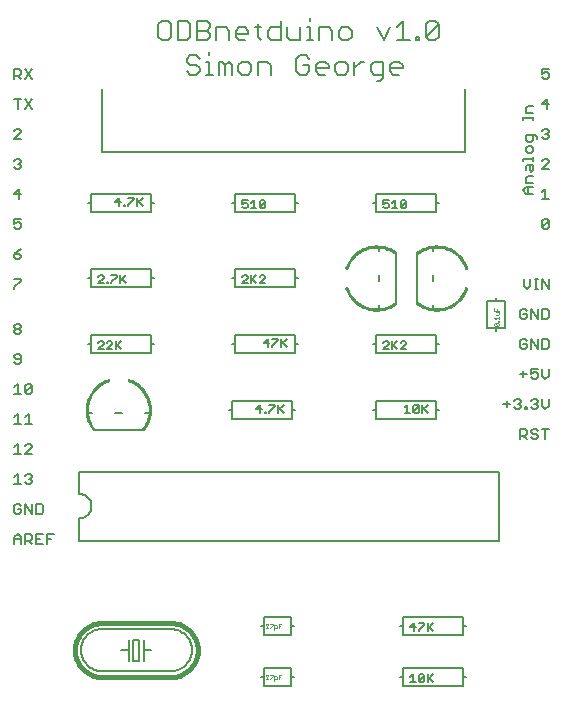
<source format=gto>
G75*
G70*
%OFA0B0*%
%FSLAX24Y24*%
%IPPOS*%
%LPD*%
%AMOC8*
5,1,8,0,0,1.08239X$1,22.5*
%
%ADD10C,0.0060*%
%ADD11C,0.0080*%
%ADD12C,0.0050*%
%ADD13C,0.0010*%
%ADD14C,0.0160*%
%ADD15C,0.0020*%
D10*
X004956Y007868D02*
X007256Y007868D01*
X007307Y007870D01*
X007358Y007875D01*
X007408Y007885D01*
X007458Y007898D01*
X007506Y007914D01*
X007553Y007934D01*
X007599Y007958D01*
X007642Y007984D01*
X007684Y008014D01*
X007723Y008047D01*
X007760Y008082D01*
X007794Y008120D01*
X007825Y008161D01*
X007854Y008203D01*
X007879Y008248D01*
X007900Y008294D01*
X007919Y008342D01*
X007933Y008391D01*
X007944Y008441D01*
X007952Y008491D01*
X007956Y008542D01*
X007956Y008594D01*
X007952Y008645D01*
X007944Y008695D01*
X007933Y008745D01*
X007919Y008794D01*
X007900Y008842D01*
X007879Y008888D01*
X007854Y008933D01*
X007825Y008975D01*
X007794Y009016D01*
X007760Y009054D01*
X007723Y009089D01*
X007684Y009122D01*
X007642Y009152D01*
X007599Y009178D01*
X007553Y009202D01*
X007506Y009222D01*
X007458Y009238D01*
X007408Y009251D01*
X007358Y009261D01*
X007307Y009266D01*
X007256Y009268D01*
X004956Y009268D01*
X004905Y009266D01*
X004854Y009261D01*
X004804Y009251D01*
X004754Y009238D01*
X004706Y009222D01*
X004659Y009202D01*
X004613Y009178D01*
X004570Y009152D01*
X004528Y009122D01*
X004489Y009089D01*
X004452Y009054D01*
X004418Y009016D01*
X004387Y008975D01*
X004358Y008933D01*
X004333Y008888D01*
X004312Y008842D01*
X004293Y008794D01*
X004279Y008745D01*
X004268Y008695D01*
X004260Y008645D01*
X004256Y008594D01*
X004256Y008542D01*
X004260Y008491D01*
X004268Y008441D01*
X004279Y008391D01*
X004293Y008342D01*
X004312Y008294D01*
X004333Y008248D01*
X004358Y008203D01*
X004387Y008161D01*
X004418Y008120D01*
X004452Y008082D01*
X004489Y008047D01*
X004528Y008014D01*
X004570Y007984D01*
X004613Y007958D01*
X004659Y007934D01*
X004706Y007914D01*
X004754Y007898D01*
X004804Y007885D01*
X004854Y007875D01*
X004905Y007870D01*
X004956Y007868D01*
X005606Y008568D02*
X005856Y008568D01*
X005856Y008918D01*
X006006Y008918D02*
X006206Y008918D01*
X006206Y008218D01*
X006006Y008218D01*
X006006Y008918D01*
X005856Y008568D02*
X005856Y008218D01*
X006356Y008218D02*
X006356Y008568D01*
X006606Y008568D01*
X006356Y008568D02*
X006356Y008918D01*
X004206Y012218D02*
X004206Y012968D01*
X004245Y012970D01*
X004284Y012976D01*
X004322Y012985D01*
X004359Y012998D01*
X004395Y013015D01*
X004428Y013035D01*
X004460Y013059D01*
X004489Y013085D01*
X004515Y013114D01*
X004539Y013146D01*
X004559Y013179D01*
X004576Y013215D01*
X004589Y013252D01*
X004598Y013290D01*
X004604Y013329D01*
X004606Y013368D01*
X004604Y013407D01*
X004598Y013446D01*
X004589Y013484D01*
X004576Y013521D01*
X004559Y013557D01*
X004539Y013590D01*
X004515Y013622D01*
X004489Y013651D01*
X004460Y013677D01*
X004428Y013701D01*
X004395Y013721D01*
X004359Y013738D01*
X004322Y013751D01*
X004284Y013760D01*
X004245Y013766D01*
X004206Y013768D01*
X004206Y014518D01*
X018206Y014518D01*
X018206Y012218D01*
X004206Y012218D01*
X003368Y012438D02*
X003141Y012438D01*
X003141Y012098D01*
X002999Y012098D02*
X002772Y012098D01*
X002772Y012438D01*
X002999Y012438D01*
X002886Y012268D02*
X002772Y012268D01*
X002631Y012268D02*
X002574Y012212D01*
X002404Y012212D01*
X002518Y012212D02*
X002631Y012098D01*
X002631Y012268D02*
X002631Y012382D01*
X002574Y012438D01*
X002404Y012438D01*
X002404Y012098D01*
X002263Y012098D02*
X002263Y012325D01*
X002149Y012438D01*
X002036Y012325D01*
X002036Y012098D01*
X002036Y012268D02*
X002263Y012268D01*
X002206Y013098D02*
X002093Y013098D01*
X002036Y013155D01*
X002036Y013382D01*
X002093Y013438D01*
X002206Y013438D01*
X002263Y013382D01*
X002263Y013268D02*
X002149Y013268D01*
X002263Y013268D02*
X002263Y013155D01*
X002206Y013098D01*
X002404Y013098D02*
X002404Y013438D01*
X002631Y013098D01*
X002631Y013438D01*
X002772Y013438D02*
X002943Y013438D01*
X002999Y013382D01*
X002999Y013155D01*
X002943Y013098D01*
X002772Y013098D01*
X002772Y013438D01*
X002574Y014098D02*
X002461Y014098D01*
X002404Y014155D01*
X002263Y014098D02*
X002036Y014098D01*
X002149Y014098D02*
X002149Y014438D01*
X002036Y014325D01*
X002404Y014382D02*
X002461Y014438D01*
X002574Y014438D01*
X002631Y014382D01*
X002631Y014325D01*
X002574Y014268D01*
X002631Y014212D01*
X002631Y014155D01*
X002574Y014098D01*
X002574Y014268D02*
X002518Y014268D01*
X002631Y015098D02*
X002404Y015098D01*
X002631Y015325D01*
X002631Y015382D01*
X002574Y015438D01*
X002461Y015438D01*
X002404Y015382D01*
X002263Y015098D02*
X002036Y015098D01*
X002149Y015098D02*
X002149Y015438D01*
X002036Y015325D01*
X002036Y016098D02*
X002263Y016098D01*
X002149Y016098D02*
X002149Y016438D01*
X002036Y016325D01*
X002404Y016325D02*
X002518Y016438D01*
X002518Y016098D01*
X002631Y016098D02*
X002404Y016098D01*
X002461Y017098D02*
X002404Y017155D01*
X002631Y017382D01*
X002631Y017155D01*
X002574Y017098D01*
X002461Y017098D01*
X002404Y017155D02*
X002404Y017382D01*
X002461Y017438D01*
X002574Y017438D01*
X002631Y017382D01*
X002263Y017098D02*
X002036Y017098D01*
X002149Y017098D02*
X002149Y017438D01*
X002036Y017325D01*
X002093Y018098D02*
X002206Y018098D01*
X002263Y018155D01*
X002263Y018382D01*
X002206Y018438D01*
X002093Y018438D01*
X002036Y018382D01*
X002036Y018325D01*
X002093Y018268D01*
X002263Y018268D01*
X002093Y018098D02*
X002036Y018155D01*
X002093Y019098D02*
X002036Y019155D01*
X002036Y019212D01*
X002093Y019268D01*
X002206Y019268D01*
X002263Y019212D01*
X002263Y019155D01*
X002206Y019098D01*
X002093Y019098D01*
X002093Y019268D02*
X002036Y019325D01*
X002036Y019382D01*
X002093Y019438D01*
X002206Y019438D01*
X002263Y019382D01*
X002263Y019325D01*
X002206Y019268D01*
X002036Y020598D02*
X002036Y020655D01*
X002263Y020882D01*
X002263Y020938D01*
X002036Y020938D01*
X002093Y021598D02*
X002206Y021598D01*
X002263Y021655D01*
X002263Y021712D01*
X002206Y021768D01*
X002036Y021768D01*
X002036Y021655D01*
X002093Y021598D01*
X002036Y021768D02*
X002149Y021882D01*
X002263Y021938D01*
X002206Y022598D02*
X002093Y022598D01*
X002036Y022655D01*
X002036Y022768D02*
X002149Y022825D01*
X002206Y022825D01*
X002263Y022768D01*
X002263Y022655D01*
X002206Y022598D01*
X002036Y022768D02*
X002036Y022938D01*
X002263Y022938D01*
X002206Y023598D02*
X002206Y023938D01*
X002036Y023768D01*
X002263Y023768D01*
X002206Y024598D02*
X002093Y024598D01*
X002036Y024655D01*
X002149Y024768D02*
X002206Y024768D01*
X002263Y024712D01*
X002263Y024655D01*
X002206Y024598D01*
X002206Y024768D02*
X002263Y024825D01*
X002263Y024882D01*
X002206Y024938D01*
X002093Y024938D01*
X002036Y024882D01*
X002036Y025598D02*
X002263Y025825D01*
X002263Y025882D01*
X002206Y025938D01*
X002093Y025938D01*
X002036Y025882D01*
X002036Y025598D02*
X002263Y025598D01*
X002149Y026598D02*
X002149Y026938D01*
X002036Y026938D02*
X002263Y026938D01*
X002404Y026938D02*
X002631Y026598D01*
X002404Y026598D02*
X002631Y026938D01*
X002631Y027598D02*
X002404Y027938D01*
X002263Y027882D02*
X002263Y027768D01*
X002206Y027712D01*
X002036Y027712D01*
X002149Y027712D02*
X002263Y027598D01*
X002404Y027598D02*
X002631Y027938D01*
X002263Y027882D02*
X002206Y027938D01*
X002036Y027938D01*
X002036Y027598D01*
X006836Y029005D02*
X006943Y028898D01*
X007156Y028898D01*
X007263Y029005D01*
X007263Y029432D01*
X007156Y029539D01*
X006943Y029539D01*
X006836Y029432D01*
X006836Y029005D01*
X007480Y028898D02*
X007801Y028898D01*
X007907Y029005D01*
X007907Y029432D01*
X007801Y029539D01*
X007480Y029539D01*
X007480Y028898D01*
X007893Y028389D02*
X007786Y028282D01*
X007786Y028175D01*
X007893Y028068D01*
X008106Y028068D01*
X008213Y027962D01*
X008213Y027855D01*
X008106Y027748D01*
X007893Y027748D01*
X007786Y027855D01*
X007893Y028389D02*
X008106Y028389D01*
X008213Y028282D01*
X008430Y028175D02*
X008537Y028175D01*
X008537Y027748D01*
X008430Y027748D02*
X008644Y027748D01*
X008860Y027748D02*
X008860Y028175D01*
X008967Y028175D01*
X009074Y028068D01*
X009180Y028175D01*
X009287Y028068D01*
X009287Y027748D01*
X009074Y027748D02*
X009074Y028068D01*
X009505Y028068D02*
X009505Y027855D01*
X009611Y027748D01*
X009825Y027748D01*
X009932Y027855D01*
X009932Y028068D01*
X009825Y028175D01*
X009611Y028175D01*
X009505Y028068D01*
X010149Y028175D02*
X010149Y027748D01*
X010149Y028175D02*
X010469Y028175D01*
X010576Y028068D01*
X010576Y027748D01*
X010595Y028898D02*
X010488Y029005D01*
X010488Y029218D01*
X010595Y029325D01*
X010915Y029325D01*
X010915Y029539D02*
X010915Y028898D01*
X010595Y028898D01*
X010272Y028898D02*
X010165Y029005D01*
X010165Y029432D01*
X010058Y029325D02*
X010272Y029325D01*
X009841Y029218D02*
X009841Y029112D01*
X009414Y029112D01*
X009414Y029218D02*
X009521Y029325D01*
X009734Y029325D01*
X009841Y029218D01*
X009734Y028898D02*
X009521Y028898D01*
X009414Y029005D01*
X009414Y029218D01*
X009196Y029218D02*
X009196Y028898D01*
X009196Y029218D02*
X009090Y029325D01*
X008769Y029325D01*
X008769Y028898D01*
X008552Y029005D02*
X008552Y029112D01*
X008445Y029218D01*
X008125Y029218D01*
X008125Y028898D02*
X008445Y028898D01*
X008552Y029005D01*
X008445Y029218D02*
X008552Y029325D01*
X008552Y029432D01*
X008445Y029539D01*
X008125Y029539D01*
X008125Y028898D01*
X008537Y028495D02*
X008537Y028389D01*
X011133Y029005D02*
X011239Y028898D01*
X011560Y028898D01*
X011560Y029325D01*
X011777Y029325D02*
X011884Y029325D01*
X011884Y028898D01*
X011777Y028898D02*
X011991Y028898D01*
X012207Y028898D02*
X012207Y029325D01*
X012527Y029325D01*
X012634Y029218D01*
X012634Y028898D01*
X012851Y029005D02*
X012851Y029218D01*
X012958Y029325D01*
X013172Y029325D01*
X013278Y029218D01*
X013278Y029005D01*
X013172Y028898D01*
X012958Y028898D01*
X012851Y029005D01*
X012834Y028175D02*
X012727Y028068D01*
X012727Y027855D01*
X012834Y027748D01*
X013047Y027748D01*
X013154Y027855D01*
X013154Y028068D01*
X013047Y028175D01*
X012834Y028175D01*
X012510Y028068D02*
X012510Y027962D01*
X012083Y027962D01*
X012083Y028068D02*
X012189Y028175D01*
X012403Y028175D01*
X012510Y028068D01*
X012403Y027748D02*
X012189Y027748D01*
X012083Y027855D01*
X012083Y028068D01*
X011865Y028068D02*
X011652Y028068D01*
X011865Y028068D02*
X011865Y027855D01*
X011758Y027748D01*
X011545Y027748D01*
X011438Y027855D01*
X011438Y028282D01*
X011545Y028389D01*
X011758Y028389D01*
X011865Y028282D01*
X011133Y029005D02*
X011133Y029325D01*
X011884Y029539D02*
X011884Y029645D01*
X013372Y028175D02*
X013372Y027748D01*
X013372Y027962D02*
X013585Y028175D01*
X013692Y028175D01*
X013909Y028068D02*
X013909Y027855D01*
X014016Y027748D01*
X014336Y027748D01*
X014336Y027641D02*
X014229Y027535D01*
X014122Y027535D01*
X014336Y027641D02*
X014336Y028175D01*
X014016Y028175D01*
X013909Y028068D01*
X014553Y028068D02*
X014660Y028175D01*
X014874Y028175D01*
X014980Y028068D01*
X014980Y027962D01*
X014553Y027962D01*
X014553Y028068D02*
X014553Y027855D01*
X014660Y027748D01*
X014874Y027748D01*
X014785Y028898D02*
X015212Y028898D01*
X014999Y028898D02*
X014999Y029539D01*
X014785Y029325D01*
X014567Y029325D02*
X014354Y028898D01*
X014140Y029325D01*
X015430Y029005D02*
X015536Y029005D01*
X015536Y028898D01*
X015430Y028898D01*
X015430Y029005D01*
X015752Y029005D02*
X016179Y029432D01*
X016179Y029005D01*
X016072Y028898D01*
X015859Y028898D01*
X015752Y029005D01*
X015752Y029432D01*
X015859Y029539D01*
X016072Y029539D01*
X016179Y029432D01*
X018991Y026348D02*
X018991Y026234D01*
X018991Y026291D02*
X019331Y026291D01*
X019331Y026234D02*
X019331Y026348D01*
X019331Y026480D02*
X019104Y026480D01*
X019104Y026650D01*
X019161Y026707D01*
X019331Y026707D01*
X019623Y026768D02*
X019849Y026768D01*
X019793Y026598D02*
X019793Y026938D01*
X019623Y026768D01*
X019679Y027598D02*
X019623Y027655D01*
X019679Y027598D02*
X019793Y027598D01*
X019849Y027655D01*
X019849Y027768D01*
X019793Y027825D01*
X019736Y027825D01*
X019623Y027768D01*
X019623Y027938D01*
X019849Y027938D01*
X019793Y025938D02*
X019679Y025938D01*
X019623Y025882D01*
X019736Y025768D02*
X019793Y025768D01*
X019849Y025712D01*
X019849Y025655D01*
X019793Y025598D01*
X019679Y025598D01*
X019623Y025655D01*
X019444Y025668D02*
X019388Y025725D01*
X019104Y025725D01*
X019104Y025554D01*
X019161Y025498D01*
X019274Y025498D01*
X019331Y025554D01*
X019331Y025725D01*
X019444Y025668D02*
X019444Y025611D01*
X019274Y025356D02*
X019161Y025356D01*
X019104Y025299D01*
X019104Y025186D01*
X019161Y025129D01*
X019274Y025129D01*
X019331Y025186D01*
X019331Y025299D01*
X019274Y025356D01*
X019331Y024997D02*
X019331Y024884D01*
X019331Y024941D02*
X018991Y024941D01*
X018991Y024884D01*
X019161Y024742D02*
X019331Y024742D01*
X019331Y024572D01*
X019274Y024516D01*
X019217Y024572D01*
X019217Y024742D01*
X019161Y024742D02*
X019104Y024686D01*
X019104Y024572D01*
X019161Y024374D02*
X019331Y024374D01*
X019161Y024374D02*
X019104Y024317D01*
X019104Y024147D01*
X019331Y024147D01*
X019331Y024006D02*
X019104Y024006D01*
X018991Y023892D01*
X019104Y023779D01*
X019331Y023779D01*
X019161Y023779D02*
X019161Y024006D01*
X019623Y023825D02*
X019736Y023938D01*
X019736Y023598D01*
X019623Y023598D02*
X019849Y023598D01*
X019793Y022938D02*
X019679Y022938D01*
X019623Y022882D01*
X019623Y022655D01*
X019849Y022882D01*
X019849Y022655D01*
X019793Y022598D01*
X019679Y022598D01*
X019623Y022655D01*
X019849Y022882D02*
X019793Y022938D01*
X019849Y024598D02*
X019623Y024598D01*
X019849Y024825D01*
X019849Y024882D01*
X019793Y024938D01*
X019679Y024938D01*
X019623Y024882D01*
X019793Y025768D02*
X019849Y025825D01*
X019849Y025882D01*
X019793Y025938D01*
X019849Y020938D02*
X019849Y020598D01*
X019622Y020938D01*
X019622Y020598D01*
X019490Y020598D02*
X019377Y020598D01*
X019434Y020598D02*
X019434Y020938D01*
X019490Y020938D02*
X019377Y020938D01*
X019236Y020938D02*
X019236Y020712D01*
X019122Y020598D01*
X019009Y020712D01*
X019009Y020938D01*
X019056Y019938D02*
X018943Y019938D01*
X018886Y019882D01*
X018886Y019655D01*
X018943Y019598D01*
X019056Y019598D01*
X019113Y019655D01*
X019113Y019768D01*
X018999Y019768D01*
X019113Y019882D02*
X019056Y019938D01*
X019254Y019938D02*
X019254Y019598D01*
X019481Y019598D02*
X019254Y019938D01*
X019481Y019938D02*
X019481Y019598D01*
X019623Y019598D02*
X019623Y019938D01*
X019793Y019938D01*
X019849Y019882D01*
X019849Y019655D01*
X019793Y019598D01*
X019623Y019598D01*
X019623Y018938D02*
X019793Y018938D01*
X019849Y018882D01*
X019849Y018655D01*
X019793Y018598D01*
X019623Y018598D01*
X019623Y018938D01*
X019481Y018938D02*
X019481Y018598D01*
X019254Y018938D01*
X019254Y018598D01*
X019113Y018655D02*
X019113Y018768D01*
X018999Y018768D01*
X018886Y018655D02*
X018943Y018598D01*
X019056Y018598D01*
X019113Y018655D01*
X019113Y018882D02*
X019056Y018938D01*
X018943Y018938D01*
X018886Y018882D01*
X018886Y018655D01*
X018999Y017882D02*
X018999Y017655D01*
X018886Y017768D02*
X019113Y017768D01*
X019254Y017768D02*
X019368Y017825D01*
X019424Y017825D01*
X019481Y017768D01*
X019481Y017655D01*
X019424Y017598D01*
X019311Y017598D01*
X019254Y017655D01*
X019254Y017768D02*
X019254Y017938D01*
X019481Y017938D01*
X019623Y017938D02*
X019623Y017712D01*
X019736Y017598D01*
X019849Y017712D01*
X019849Y017938D01*
X019849Y016938D02*
X019849Y016712D01*
X019736Y016598D01*
X019622Y016712D01*
X019622Y016938D01*
X019481Y016882D02*
X019481Y016825D01*
X019424Y016768D01*
X019481Y016712D01*
X019481Y016655D01*
X019424Y016598D01*
X019311Y016598D01*
X019254Y016655D01*
X019127Y016655D02*
X019127Y016598D01*
X019070Y016598D01*
X019070Y016655D01*
X019127Y016655D01*
X018929Y016655D02*
X018872Y016598D01*
X018758Y016598D01*
X018702Y016655D01*
X018815Y016768D02*
X018872Y016768D01*
X018929Y016712D01*
X018929Y016655D01*
X018872Y016768D02*
X018929Y016825D01*
X018929Y016882D01*
X018872Y016938D01*
X018758Y016938D01*
X018702Y016882D01*
X018560Y016768D02*
X018333Y016768D01*
X018447Y016655D02*
X018447Y016882D01*
X019254Y016882D02*
X019311Y016938D01*
X019424Y016938D01*
X019481Y016882D01*
X019424Y016768D02*
X019368Y016768D01*
X019424Y015938D02*
X019311Y015938D01*
X019254Y015882D01*
X019254Y015825D01*
X019311Y015768D01*
X019424Y015768D01*
X019481Y015712D01*
X019481Y015655D01*
X019424Y015598D01*
X019311Y015598D01*
X019254Y015655D01*
X019113Y015598D02*
X018999Y015712D01*
X019056Y015712D02*
X018886Y015712D01*
X018886Y015598D02*
X018886Y015938D01*
X019056Y015938D01*
X019113Y015882D01*
X019113Y015768D01*
X019056Y015712D01*
X019424Y015938D02*
X019481Y015882D01*
X019623Y015938D02*
X019849Y015938D01*
X019736Y015938D02*
X019736Y015598D01*
X003254Y012268D02*
X003141Y012268D01*
D11*
X004681Y015918D02*
X006330Y015918D01*
X006393Y016468D02*
X006551Y016468D01*
X005619Y016468D02*
X005393Y016468D01*
X004619Y016468D02*
X004461Y016468D01*
X004606Y018468D02*
X004606Y018768D01*
X004506Y018768D01*
X004606Y018768D02*
X004606Y019068D01*
X006606Y019068D01*
X006606Y018768D01*
X006706Y018768D01*
X006606Y018768D02*
X006606Y018468D01*
X004606Y018468D01*
X004606Y020668D02*
X004606Y020968D01*
X004506Y020968D01*
X004606Y020968D02*
X004606Y021268D01*
X006606Y021268D01*
X006606Y020968D01*
X006706Y020968D01*
X006606Y020968D02*
X006606Y020668D01*
X004606Y020668D01*
X004606Y023168D02*
X004606Y023468D01*
X004506Y023468D01*
X004606Y023468D02*
X004606Y023768D01*
X006606Y023768D01*
X006606Y023468D01*
X006706Y023468D01*
X006606Y023468D02*
X006606Y023168D01*
X004606Y023168D01*
X004943Y025166D02*
X017069Y025166D01*
X017069Y027268D01*
X016106Y023768D02*
X016106Y023468D01*
X016206Y023468D01*
X016106Y023468D02*
X016106Y023168D01*
X014106Y023168D01*
X014106Y023468D01*
X014006Y023468D01*
X014106Y023468D02*
X014106Y023768D01*
X016106Y023768D01*
X016006Y022013D02*
X016006Y021855D01*
X015456Y021793D02*
X015456Y020144D01*
X016006Y020081D02*
X016006Y019923D01*
X016006Y020855D02*
X016006Y021081D01*
X014756Y021793D02*
X014756Y020144D01*
X014206Y020081D02*
X014206Y019923D01*
X014206Y020855D02*
X014206Y021081D01*
X014206Y021855D02*
X014206Y022013D01*
X014106Y019068D02*
X014106Y018768D01*
X014006Y018768D01*
X014106Y018768D02*
X014106Y018468D01*
X016106Y018468D01*
X016106Y018768D01*
X016206Y018768D01*
X016106Y018768D02*
X016106Y019068D01*
X014106Y019068D01*
X014106Y016868D02*
X016106Y016868D01*
X016106Y016568D01*
X016206Y016568D01*
X016106Y016568D02*
X016106Y016268D01*
X014106Y016268D01*
X014106Y016568D01*
X014006Y016568D01*
X014106Y016568D02*
X014106Y016868D01*
X011506Y018768D02*
X011406Y018768D01*
X011406Y018468D01*
X009406Y018468D01*
X009406Y018768D01*
X009306Y018768D01*
X009406Y018768D02*
X009406Y019068D01*
X011406Y019068D01*
X011406Y018768D01*
X011406Y020668D02*
X009406Y020668D01*
X009406Y020968D01*
X009306Y020968D01*
X009406Y020968D02*
X009406Y021268D01*
X011406Y021268D01*
X011406Y020968D01*
X011506Y020968D01*
X011406Y020968D02*
X011406Y020668D01*
X011406Y023168D02*
X009406Y023168D01*
X009406Y023468D01*
X009306Y023468D01*
X009406Y023468D02*
X009406Y023768D01*
X011406Y023768D01*
X011406Y023468D01*
X011506Y023468D01*
X011406Y023468D02*
X011406Y023168D01*
X011306Y016868D02*
X009306Y016868D01*
X009306Y016568D01*
X009206Y016568D01*
X009306Y016568D02*
X009306Y016268D01*
X011306Y016268D01*
X011306Y016568D01*
X011406Y016568D01*
X011306Y016568D02*
X011306Y016868D01*
X011255Y009668D02*
X010357Y009668D01*
X010357Y009368D01*
X010257Y009368D01*
X010357Y009368D02*
X010357Y009068D01*
X011255Y009068D01*
X011255Y009368D01*
X011355Y009368D01*
X011255Y009368D02*
X011255Y009668D01*
X011255Y007968D02*
X010357Y007968D01*
X010357Y007668D01*
X010257Y007668D01*
X010357Y007668D02*
X010357Y007368D01*
X011255Y007368D01*
X011255Y007668D01*
X011355Y007668D01*
X011255Y007668D02*
X011255Y007968D01*
X014906Y007668D02*
X015006Y007668D01*
X015006Y007968D01*
X017006Y007968D01*
X017006Y007668D01*
X017106Y007668D01*
X017006Y007668D02*
X017006Y007368D01*
X015006Y007368D01*
X015006Y007668D01*
X015006Y009068D02*
X015006Y009368D01*
X014906Y009368D01*
X015006Y009368D02*
X015006Y009668D01*
X017006Y009668D01*
X017006Y009368D01*
X017106Y009368D01*
X017006Y009368D02*
X017006Y009068D01*
X015006Y009068D01*
X018106Y019219D02*
X018106Y019319D01*
X017806Y019319D01*
X017806Y020217D01*
X018106Y020217D01*
X018106Y020317D01*
X018106Y020217D02*
X018406Y020217D01*
X018406Y019319D01*
X018106Y019319D01*
X004943Y025166D02*
X004943Y027268D01*
D12*
X005535Y023643D02*
X005400Y023508D01*
X005580Y023508D01*
X005535Y023373D02*
X005535Y023643D01*
X005694Y023418D02*
X005739Y023418D01*
X005739Y023373D01*
X005694Y023373D01*
X005694Y023418D01*
X005842Y023418D02*
X005842Y023373D01*
X005842Y023418D02*
X006022Y023598D01*
X006022Y023643D01*
X005842Y023643D01*
X006136Y023643D02*
X006136Y023373D01*
X006136Y023463D02*
X006316Y023643D01*
X006181Y023508D02*
X006316Y023373D01*
X005748Y021063D02*
X005567Y020883D01*
X005612Y020928D02*
X005748Y020793D01*
X005567Y020793D02*
X005567Y021063D01*
X005453Y021063D02*
X005453Y021018D01*
X005273Y020838D01*
X005273Y020793D01*
X005170Y020793D02*
X005125Y020793D01*
X005125Y020838D01*
X005170Y020838D01*
X005170Y020793D01*
X005011Y020793D02*
X004831Y020793D01*
X005011Y020973D01*
X005011Y021018D01*
X004966Y021063D01*
X004876Y021063D01*
X004831Y021018D01*
X005273Y021063D02*
X005453Y021063D01*
X005420Y018863D02*
X005420Y018593D01*
X005420Y018683D02*
X005600Y018863D01*
X005465Y018728D02*
X005600Y018593D01*
X005306Y018593D02*
X005125Y018593D01*
X005306Y018773D01*
X005306Y018818D01*
X005261Y018863D01*
X005170Y018863D01*
X005125Y018818D01*
X005011Y018818D02*
X004966Y018863D01*
X004876Y018863D01*
X004831Y018818D01*
X005011Y018818D02*
X005011Y018773D01*
X004831Y018593D01*
X005011Y018593D01*
X009631Y020793D02*
X009811Y020973D01*
X009811Y021018D01*
X009766Y021063D01*
X009676Y021063D01*
X009631Y021018D01*
X009631Y020793D02*
X009811Y020793D01*
X009925Y020793D02*
X009925Y021063D01*
X009970Y020928D02*
X010106Y020793D01*
X010220Y020793D02*
X010400Y020973D01*
X010400Y021018D01*
X010355Y021063D01*
X010265Y021063D01*
X010220Y021018D01*
X010106Y021063D02*
X009925Y020883D01*
X010220Y020793D02*
X010400Y020793D01*
X010482Y018943D02*
X010347Y018808D01*
X010527Y018808D01*
X010482Y018673D02*
X010482Y018943D01*
X010642Y018943D02*
X010822Y018943D01*
X010822Y018898D01*
X010642Y018718D01*
X010642Y018673D01*
X010936Y018673D02*
X010936Y018943D01*
X010981Y018808D02*
X011116Y018673D01*
X010936Y018763D02*
X011116Y018943D01*
X011016Y016743D02*
X010836Y016563D01*
X010881Y016608D02*
X011016Y016473D01*
X010836Y016473D02*
X010836Y016743D01*
X010722Y016743D02*
X010722Y016698D01*
X010542Y016518D01*
X010542Y016473D01*
X010439Y016473D02*
X010394Y016473D01*
X010394Y016518D01*
X010439Y016518D01*
X010439Y016473D01*
X010235Y016473D02*
X010235Y016743D01*
X010100Y016608D01*
X010280Y016608D01*
X010542Y016743D02*
X010722Y016743D01*
X014331Y018593D02*
X014511Y018773D01*
X014511Y018818D01*
X014466Y018863D01*
X014376Y018863D01*
X014331Y018818D01*
X014331Y018593D02*
X014511Y018593D01*
X014625Y018593D02*
X014625Y018863D01*
X014670Y018728D02*
X014806Y018593D01*
X014920Y018593D02*
X015100Y018773D01*
X015100Y018818D01*
X015055Y018863D01*
X014965Y018863D01*
X014920Y018818D01*
X014806Y018863D02*
X014625Y018683D01*
X014920Y018593D02*
X015100Y018593D01*
X015137Y016743D02*
X015137Y016473D01*
X015047Y016473D02*
X015227Y016473D01*
X015342Y016518D02*
X015522Y016698D01*
X015522Y016518D01*
X015477Y016473D01*
X015387Y016473D01*
X015342Y016518D01*
X015342Y016698D01*
X015387Y016743D01*
X015477Y016743D01*
X015522Y016698D01*
X015636Y016743D02*
X015636Y016473D01*
X015636Y016563D02*
X015816Y016743D01*
X015681Y016608D02*
X015816Y016473D01*
X015137Y016743D02*
X015047Y016653D01*
X015055Y023293D02*
X014965Y023293D01*
X014920Y023338D01*
X015100Y023518D01*
X015100Y023338D01*
X015055Y023293D01*
X014920Y023338D02*
X014920Y023518D01*
X014965Y023563D01*
X015055Y023563D01*
X015100Y023518D01*
X014806Y023293D02*
X014625Y023293D01*
X014716Y023293D02*
X014716Y023563D01*
X014625Y023473D01*
X014511Y023428D02*
X014511Y023338D01*
X014466Y023293D01*
X014376Y023293D01*
X014331Y023338D01*
X014331Y023428D02*
X014421Y023473D01*
X014466Y023473D01*
X014511Y023428D01*
X014511Y023563D02*
X014331Y023563D01*
X014331Y023428D01*
X010400Y023518D02*
X010220Y023338D01*
X010265Y023293D01*
X010355Y023293D01*
X010400Y023338D01*
X010400Y023518D01*
X010355Y023563D01*
X010265Y023563D01*
X010220Y023518D01*
X010220Y023338D01*
X010106Y023293D02*
X009925Y023293D01*
X010016Y023293D02*
X010016Y023563D01*
X009925Y023473D01*
X009811Y023428D02*
X009811Y023338D01*
X009766Y023293D01*
X009676Y023293D01*
X009631Y023338D01*
X009631Y023428D02*
X009721Y023473D01*
X009766Y023473D01*
X009811Y023428D01*
X009811Y023563D02*
X009631Y023563D01*
X009631Y023428D01*
X015366Y009463D02*
X015231Y009328D01*
X015411Y009328D01*
X015366Y009193D02*
X015366Y009463D01*
X015525Y009463D02*
X015706Y009463D01*
X015706Y009418D01*
X015525Y009238D01*
X015525Y009193D01*
X015820Y009193D02*
X015820Y009463D01*
X015865Y009328D02*
X016000Y009193D01*
X015820Y009283D02*
X016000Y009463D01*
X016000Y007763D02*
X015820Y007583D01*
X015865Y007628D02*
X016000Y007493D01*
X015820Y007493D02*
X015820Y007763D01*
X015706Y007718D02*
X015525Y007538D01*
X015570Y007493D01*
X015661Y007493D01*
X015706Y007538D01*
X015706Y007718D01*
X015661Y007763D01*
X015570Y007763D01*
X015525Y007718D01*
X015525Y007538D01*
X015411Y007493D02*
X015231Y007493D01*
X015321Y007493D02*
X015321Y007763D01*
X015231Y007673D01*
D13*
X015439Y020113D02*
X015482Y020168D01*
X015531Y020132D01*
X015582Y020098D01*
X015636Y020069D01*
X015691Y020042D01*
X015747Y020018D01*
X015805Y019999D01*
X015864Y019982D01*
X015924Y019969D01*
X015984Y019960D01*
X016045Y019955D01*
X016107Y019953D01*
X016168Y019955D01*
X016229Y019960D01*
X016289Y019970D01*
X016349Y019983D01*
X016408Y019999D01*
X016466Y020019D01*
X016522Y020042D01*
X016577Y020069D01*
X016631Y020099D01*
X016682Y020132D01*
X016731Y020168D01*
X016778Y020208D01*
X016823Y020249D01*
X016865Y020294D01*
X016904Y020341D01*
X016940Y020390D01*
X016974Y020441D01*
X017004Y020495D01*
X017031Y020550D01*
X017054Y020606D01*
X017074Y020664D01*
X017141Y020644D01*
X017141Y020643D01*
X017120Y020582D01*
X017095Y020521D01*
X017066Y020462D01*
X017034Y020405D01*
X016998Y020351D01*
X016959Y020298D01*
X016917Y020248D01*
X016872Y020200D01*
X016825Y020155D01*
X016775Y020113D01*
X016722Y020075D01*
X016667Y020039D01*
X016610Y020007D01*
X016551Y019978D01*
X016491Y019953D01*
X016429Y019932D01*
X016366Y019915D01*
X016302Y019901D01*
X016237Y019891D01*
X016172Y019885D01*
X016106Y019883D01*
X016041Y019885D01*
X015976Y019891D01*
X015911Y019901D01*
X015847Y019914D01*
X015784Y019932D01*
X015722Y019953D01*
X015662Y019978D01*
X015603Y020007D01*
X015546Y020039D01*
X015491Y020074D01*
X015438Y020113D01*
X015444Y020120D01*
X015496Y020082D01*
X015551Y020046D01*
X015607Y020015D01*
X015666Y019986D01*
X015726Y019961D01*
X015787Y019940D01*
X015849Y019923D01*
X015913Y019909D01*
X015977Y019900D01*
X016042Y019894D01*
X016106Y019892D01*
X016171Y019894D01*
X016236Y019900D01*
X016300Y019910D01*
X016364Y019923D01*
X016426Y019941D01*
X016487Y019962D01*
X016547Y019987D01*
X016606Y020015D01*
X016662Y020047D01*
X016717Y020082D01*
X016769Y020120D01*
X016819Y020162D01*
X016866Y020206D01*
X016911Y020254D01*
X016952Y020303D01*
X016991Y020356D01*
X017026Y020410D01*
X017058Y020467D01*
X017086Y020525D01*
X017111Y020585D01*
X017133Y020646D01*
X017124Y020649D01*
X017103Y020588D01*
X017078Y020528D01*
X017050Y020471D01*
X017018Y020415D01*
X016983Y020361D01*
X016945Y020309D01*
X016904Y020260D01*
X016860Y020213D01*
X016813Y020169D01*
X016763Y020128D01*
X016712Y020089D01*
X016658Y020055D01*
X016601Y020023D01*
X016544Y019995D01*
X016484Y019970D01*
X016423Y019949D01*
X016361Y019932D01*
X016298Y019919D01*
X016235Y019909D01*
X016171Y019903D01*
X016107Y019901D01*
X016042Y019903D01*
X015978Y019909D01*
X015915Y019918D01*
X015852Y019932D01*
X015790Y019949D01*
X015729Y019970D01*
X015669Y019994D01*
X015611Y020023D01*
X015555Y020054D01*
X015501Y020089D01*
X015449Y020127D01*
X015455Y020134D01*
X015506Y020096D01*
X015560Y020062D01*
X015616Y020030D01*
X015673Y020003D01*
X015732Y019978D01*
X015792Y019958D01*
X015854Y019941D01*
X015916Y019927D01*
X015979Y019918D01*
X016043Y019912D01*
X016107Y019910D01*
X016170Y019912D01*
X016234Y019918D01*
X016297Y019927D01*
X016359Y019941D01*
X016421Y019958D01*
X016481Y019979D01*
X016540Y020003D01*
X016597Y020031D01*
X016653Y020062D01*
X016706Y020097D01*
X016758Y020135D01*
X016807Y020175D01*
X016853Y020219D01*
X016897Y020266D01*
X016938Y020314D01*
X016976Y020366D01*
X017011Y020419D01*
X017042Y020475D01*
X017070Y020532D01*
X017095Y020591D01*
X017115Y020651D01*
X017107Y020654D01*
X017086Y020594D01*
X017062Y020536D01*
X017034Y020479D01*
X017003Y020424D01*
X016968Y020371D01*
X016931Y020320D01*
X016890Y020271D01*
X016847Y020225D01*
X016801Y020182D01*
X016752Y020142D01*
X016701Y020104D01*
X016648Y020070D01*
X016593Y020039D01*
X016536Y020011D01*
X016478Y019987D01*
X016418Y019966D01*
X016357Y019949D01*
X016295Y019936D01*
X016233Y019927D01*
X016170Y019921D01*
X016107Y019919D01*
X016043Y019921D01*
X015980Y019927D01*
X015918Y019936D01*
X015856Y019949D01*
X015795Y019966D01*
X015735Y019987D01*
X015677Y020011D01*
X015620Y020038D01*
X015565Y020069D01*
X015512Y020104D01*
X015461Y020141D01*
X015466Y020148D01*
X015517Y020111D01*
X015569Y020077D01*
X015624Y020046D01*
X015680Y020019D01*
X015738Y019995D01*
X015798Y019975D01*
X015858Y019958D01*
X015919Y019945D01*
X015981Y019935D01*
X016044Y019930D01*
X016107Y019928D01*
X016169Y019930D01*
X016232Y019936D01*
X016294Y019945D01*
X016355Y019958D01*
X016415Y019975D01*
X016475Y019996D01*
X016533Y020019D01*
X016589Y020047D01*
X016644Y020078D01*
X016696Y020112D01*
X016747Y020149D01*
X016795Y020189D01*
X016841Y020232D01*
X016884Y020277D01*
X016924Y020326D01*
X016961Y020376D01*
X016995Y020429D01*
X017026Y020483D01*
X017054Y020539D01*
X017078Y020597D01*
X017098Y020657D01*
X017090Y020659D01*
X017069Y020601D01*
X017045Y020543D01*
X017018Y020487D01*
X016987Y020433D01*
X016954Y020381D01*
X016917Y020331D01*
X016877Y020283D01*
X016834Y020238D01*
X016789Y020196D01*
X016741Y020156D01*
X016691Y020119D01*
X016639Y020085D01*
X016585Y020055D01*
X016529Y020028D01*
X016471Y020004D01*
X016413Y019984D01*
X016353Y019967D01*
X016292Y019954D01*
X016231Y019945D01*
X016169Y019939D01*
X016107Y019937D01*
X016044Y019939D01*
X015983Y019944D01*
X015921Y019954D01*
X015860Y019967D01*
X015800Y019983D01*
X015742Y020004D01*
X015684Y020027D01*
X015628Y020054D01*
X015574Y020085D01*
X015522Y020118D01*
X015472Y020155D01*
X015477Y020162D01*
X015527Y020126D01*
X015579Y020093D01*
X015632Y020062D01*
X015688Y020035D01*
X015745Y020012D01*
X015803Y019992D01*
X015862Y019975D01*
X015923Y019963D01*
X015984Y019953D01*
X016045Y019948D01*
X016107Y019946D01*
X016168Y019948D01*
X016229Y019953D01*
X016290Y019963D01*
X016351Y019976D01*
X016410Y019992D01*
X016468Y020012D01*
X016525Y020036D01*
X016581Y020063D01*
X016634Y020093D01*
X016686Y020126D01*
X016736Y020163D01*
X016783Y020202D01*
X016828Y020245D01*
X016870Y020289D01*
X016910Y020337D01*
X016946Y020386D01*
X016980Y020438D01*
X017010Y020491D01*
X017037Y020547D01*
X017061Y020604D01*
X017081Y020662D01*
X017141Y021292D02*
X017074Y021272D01*
X017054Y021330D01*
X017031Y021386D01*
X017004Y021441D01*
X016974Y021494D01*
X016940Y021546D01*
X016904Y021595D01*
X016865Y021642D01*
X016823Y021686D01*
X016778Y021728D01*
X016731Y021768D01*
X016682Y021804D01*
X016631Y021837D01*
X016577Y021867D01*
X016522Y021894D01*
X016466Y021917D01*
X016408Y021937D01*
X016349Y021953D01*
X016289Y021966D01*
X016229Y021976D01*
X016168Y021981D01*
X016107Y021983D01*
X016045Y021981D01*
X015984Y021976D01*
X015924Y021967D01*
X015864Y021954D01*
X015805Y021937D01*
X015747Y021918D01*
X015691Y021894D01*
X015636Y021867D01*
X015582Y021838D01*
X015531Y021804D01*
X015482Y021768D01*
X015439Y021823D01*
X015438Y021823D01*
X015491Y021862D01*
X015546Y021897D01*
X015603Y021929D01*
X015662Y021958D01*
X015722Y021983D01*
X015784Y022004D01*
X015847Y022022D01*
X015911Y022035D01*
X015976Y022045D01*
X016041Y022051D01*
X016107Y022053D01*
X016172Y022051D01*
X016237Y022045D01*
X016302Y022035D01*
X016366Y022021D01*
X016429Y022004D01*
X016491Y021983D01*
X016551Y021958D01*
X016610Y021929D01*
X016667Y021897D01*
X016722Y021861D01*
X016775Y021823D01*
X016825Y021781D01*
X016872Y021736D01*
X016917Y021688D01*
X016959Y021638D01*
X016998Y021585D01*
X017034Y021531D01*
X017066Y021474D01*
X017095Y021415D01*
X017120Y021354D01*
X017141Y021293D01*
X017133Y021290D01*
X017111Y021351D01*
X017086Y021411D01*
X017058Y021469D01*
X017026Y021526D01*
X016991Y021580D01*
X016952Y021633D01*
X016911Y021682D01*
X016866Y021730D01*
X016819Y021774D01*
X016769Y021815D01*
X016717Y021854D01*
X016662Y021889D01*
X016606Y021921D01*
X016547Y021949D01*
X016487Y021974D01*
X016426Y021995D01*
X016364Y022013D01*
X016300Y022026D01*
X016236Y022036D01*
X016171Y022042D01*
X016107Y022044D01*
X016042Y022042D01*
X015977Y022036D01*
X015913Y022027D01*
X015849Y022013D01*
X015787Y021996D01*
X015726Y021975D01*
X015666Y021950D01*
X015607Y021921D01*
X015551Y021890D01*
X015496Y021855D01*
X015444Y021816D01*
X015449Y021809D01*
X015501Y021847D01*
X015555Y021882D01*
X015611Y021913D01*
X015669Y021942D01*
X015729Y021966D01*
X015790Y021987D01*
X015852Y022004D01*
X015915Y022018D01*
X015978Y022027D01*
X016042Y022033D01*
X016107Y022035D01*
X016171Y022033D01*
X016235Y022027D01*
X016298Y022017D01*
X016361Y022004D01*
X016423Y021987D01*
X016484Y021966D01*
X016544Y021941D01*
X016601Y021913D01*
X016658Y021881D01*
X016712Y021847D01*
X016763Y021808D01*
X016813Y021767D01*
X016860Y021723D01*
X016904Y021676D01*
X016945Y021627D01*
X016983Y021575D01*
X017018Y021521D01*
X017050Y021465D01*
X017078Y021408D01*
X017103Y021348D01*
X017124Y021287D01*
X017115Y021285D01*
X017095Y021345D01*
X017070Y021404D01*
X017042Y021461D01*
X017011Y021517D01*
X016976Y021570D01*
X016938Y021622D01*
X016897Y021670D01*
X016853Y021717D01*
X016807Y021761D01*
X016758Y021801D01*
X016706Y021839D01*
X016653Y021874D01*
X016597Y021905D01*
X016540Y021933D01*
X016481Y021957D01*
X016421Y021978D01*
X016359Y021995D01*
X016297Y022009D01*
X016234Y022018D01*
X016170Y022024D01*
X016107Y022026D01*
X016043Y022024D01*
X015979Y022018D01*
X015916Y022009D01*
X015854Y021996D01*
X015792Y021978D01*
X015732Y021958D01*
X015673Y021933D01*
X015616Y021906D01*
X015560Y021874D01*
X015506Y021840D01*
X015455Y021802D01*
X015461Y021795D01*
X015512Y021832D01*
X015565Y021867D01*
X015620Y021898D01*
X015677Y021925D01*
X015735Y021949D01*
X015795Y021970D01*
X015856Y021987D01*
X015918Y022000D01*
X015980Y022009D01*
X016043Y022015D01*
X016107Y022017D01*
X016170Y022015D01*
X016233Y022009D01*
X016295Y022000D01*
X016357Y021987D01*
X016418Y021970D01*
X016478Y021949D01*
X016536Y021925D01*
X016593Y021897D01*
X016648Y021866D01*
X016701Y021832D01*
X016752Y021794D01*
X016801Y021754D01*
X016847Y021711D01*
X016890Y021665D01*
X016931Y021616D01*
X016968Y021565D01*
X017003Y021512D01*
X017034Y021457D01*
X017062Y021400D01*
X017086Y021342D01*
X017107Y021282D01*
X017098Y021279D01*
X017078Y021339D01*
X017054Y021396D01*
X017026Y021453D01*
X016995Y021507D01*
X016961Y021560D01*
X016924Y021610D01*
X016884Y021659D01*
X016841Y021704D01*
X016795Y021747D01*
X016747Y021787D01*
X016696Y021824D01*
X016644Y021858D01*
X016589Y021889D01*
X016533Y021917D01*
X016475Y021940D01*
X016415Y021961D01*
X016355Y021978D01*
X016294Y021991D01*
X016232Y022000D01*
X016169Y022006D01*
X016107Y022008D01*
X016044Y022006D01*
X015981Y022001D01*
X015919Y021991D01*
X015858Y021978D01*
X015798Y021961D01*
X015738Y021941D01*
X015680Y021917D01*
X015624Y021890D01*
X015569Y021859D01*
X015517Y021825D01*
X015466Y021788D01*
X015472Y021781D01*
X015522Y021818D01*
X015574Y021851D01*
X015628Y021882D01*
X015684Y021909D01*
X015742Y021932D01*
X015800Y021953D01*
X015860Y021969D01*
X015921Y021982D01*
X015983Y021992D01*
X016044Y021997D01*
X016107Y021999D01*
X016169Y021997D01*
X016231Y021991D01*
X016292Y021982D01*
X016353Y021969D01*
X016413Y021952D01*
X016471Y021932D01*
X016529Y021908D01*
X016585Y021881D01*
X016639Y021851D01*
X016691Y021817D01*
X016741Y021780D01*
X016789Y021740D01*
X016834Y021698D01*
X016877Y021653D01*
X016917Y021605D01*
X016954Y021555D01*
X016987Y021503D01*
X017018Y021449D01*
X017045Y021393D01*
X017069Y021335D01*
X017090Y021277D01*
X017081Y021274D01*
X017061Y021332D01*
X017037Y021389D01*
X017010Y021444D01*
X016980Y021498D01*
X016946Y021550D01*
X016910Y021599D01*
X016870Y021647D01*
X016828Y021691D01*
X016783Y021734D01*
X016736Y021773D01*
X016686Y021809D01*
X016634Y021843D01*
X016581Y021873D01*
X016525Y021900D01*
X016468Y021924D01*
X016410Y021944D01*
X016351Y021960D01*
X016290Y021973D01*
X016230Y021983D01*
X016168Y021988D01*
X016107Y021990D01*
X016045Y021988D01*
X015984Y021983D01*
X015923Y021973D01*
X015862Y021961D01*
X015803Y021944D01*
X015745Y021924D01*
X015688Y021901D01*
X015632Y021874D01*
X015579Y021844D01*
X015527Y021810D01*
X015477Y021774D01*
X014773Y021823D02*
X014730Y021768D01*
X014681Y021804D01*
X014630Y021838D01*
X014576Y021867D01*
X014521Y021894D01*
X014465Y021918D01*
X014407Y021937D01*
X014348Y021954D01*
X014288Y021967D01*
X014228Y021976D01*
X014167Y021981D01*
X014105Y021983D01*
X014044Y021981D01*
X013983Y021976D01*
X013923Y021966D01*
X013863Y021953D01*
X013804Y021937D01*
X013746Y021917D01*
X013690Y021894D01*
X013635Y021867D01*
X013581Y021837D01*
X013530Y021804D01*
X013481Y021768D01*
X013434Y021728D01*
X013389Y021687D01*
X013347Y021642D01*
X013308Y021595D01*
X013272Y021546D01*
X013238Y021495D01*
X013208Y021441D01*
X013181Y021386D01*
X013158Y021330D01*
X013138Y021272D01*
X013071Y021292D01*
X013071Y021293D01*
X013092Y021354D01*
X013117Y021415D01*
X013146Y021474D01*
X013178Y021531D01*
X013214Y021585D01*
X013253Y021638D01*
X013295Y021688D01*
X013340Y021736D01*
X013387Y021781D01*
X013437Y021823D01*
X013490Y021861D01*
X013545Y021897D01*
X013602Y021929D01*
X013661Y021958D01*
X013721Y021983D01*
X013783Y022004D01*
X013846Y022021D01*
X013910Y022035D01*
X013975Y022045D01*
X014040Y022051D01*
X014106Y022053D01*
X014171Y022051D01*
X014236Y022045D01*
X014301Y022035D01*
X014365Y022022D01*
X014428Y022004D01*
X014490Y021983D01*
X014550Y021958D01*
X014609Y021929D01*
X014666Y021897D01*
X014721Y021862D01*
X014774Y021823D01*
X014768Y021816D01*
X014716Y021854D01*
X014661Y021890D01*
X014605Y021921D01*
X014546Y021950D01*
X014486Y021975D01*
X014425Y021996D01*
X014363Y022013D01*
X014299Y022027D01*
X014235Y022036D01*
X014170Y022042D01*
X014106Y022044D01*
X014041Y022042D01*
X013976Y022036D01*
X013912Y022026D01*
X013848Y022013D01*
X013786Y021995D01*
X013725Y021974D01*
X013665Y021949D01*
X013606Y021921D01*
X013550Y021889D01*
X013495Y021854D01*
X013443Y021816D01*
X013393Y021774D01*
X013346Y021730D01*
X013301Y021682D01*
X013260Y021633D01*
X013221Y021580D01*
X013186Y021526D01*
X013154Y021469D01*
X013126Y021411D01*
X013101Y021351D01*
X013079Y021290D01*
X013088Y021287D01*
X013109Y021348D01*
X013134Y021408D01*
X013162Y021465D01*
X013194Y021521D01*
X013229Y021575D01*
X013267Y021627D01*
X013308Y021676D01*
X013352Y021723D01*
X013399Y021767D01*
X013449Y021808D01*
X013500Y021847D01*
X013554Y021881D01*
X013611Y021913D01*
X013668Y021941D01*
X013728Y021966D01*
X013789Y021987D01*
X013851Y022004D01*
X013914Y022017D01*
X013977Y022027D01*
X014041Y022033D01*
X014105Y022035D01*
X014170Y022033D01*
X014234Y022027D01*
X014297Y022018D01*
X014360Y022004D01*
X014422Y021987D01*
X014483Y021966D01*
X014543Y021942D01*
X014601Y021913D01*
X014657Y021882D01*
X014711Y021847D01*
X014763Y021809D01*
X014757Y021802D01*
X014706Y021840D01*
X014652Y021874D01*
X014596Y021906D01*
X014539Y021933D01*
X014480Y021958D01*
X014420Y021978D01*
X014358Y021995D01*
X014296Y022009D01*
X014233Y022018D01*
X014169Y022024D01*
X014105Y022026D01*
X014042Y022024D01*
X013978Y022018D01*
X013915Y022009D01*
X013853Y021995D01*
X013791Y021978D01*
X013731Y021957D01*
X013672Y021933D01*
X013615Y021905D01*
X013559Y021874D01*
X013506Y021839D01*
X013454Y021801D01*
X013405Y021761D01*
X013359Y021717D01*
X013315Y021670D01*
X013274Y021622D01*
X013236Y021570D01*
X013201Y021517D01*
X013170Y021461D01*
X013142Y021404D01*
X013117Y021345D01*
X013097Y021285D01*
X013105Y021282D01*
X013126Y021342D01*
X013150Y021400D01*
X013178Y021457D01*
X013209Y021512D01*
X013244Y021565D01*
X013281Y021616D01*
X013322Y021665D01*
X013365Y021711D01*
X013411Y021754D01*
X013460Y021794D01*
X013511Y021832D01*
X013564Y021866D01*
X013619Y021897D01*
X013676Y021925D01*
X013734Y021949D01*
X013794Y021970D01*
X013855Y021987D01*
X013917Y022000D01*
X013979Y022009D01*
X014042Y022015D01*
X014105Y022017D01*
X014169Y022015D01*
X014232Y022009D01*
X014294Y022000D01*
X014356Y021987D01*
X014417Y021970D01*
X014477Y021949D01*
X014535Y021925D01*
X014592Y021898D01*
X014647Y021867D01*
X014700Y021832D01*
X014751Y021795D01*
X014746Y021788D01*
X014695Y021825D01*
X014643Y021859D01*
X014588Y021890D01*
X014532Y021917D01*
X014474Y021941D01*
X014414Y021961D01*
X014354Y021978D01*
X014293Y021991D01*
X014231Y022001D01*
X014168Y022006D01*
X014105Y022008D01*
X014043Y022006D01*
X013980Y022000D01*
X013918Y021991D01*
X013857Y021978D01*
X013797Y021961D01*
X013737Y021940D01*
X013679Y021917D01*
X013623Y021889D01*
X013568Y021858D01*
X013516Y021824D01*
X013465Y021787D01*
X013417Y021747D01*
X013371Y021704D01*
X013328Y021659D01*
X013288Y021610D01*
X013251Y021560D01*
X013217Y021507D01*
X013186Y021453D01*
X013158Y021397D01*
X013134Y021339D01*
X013114Y021279D01*
X013122Y021277D01*
X013143Y021335D01*
X013167Y021393D01*
X013194Y021449D01*
X013225Y021503D01*
X013258Y021555D01*
X013295Y021605D01*
X013335Y021653D01*
X013378Y021698D01*
X013423Y021740D01*
X013471Y021780D01*
X013521Y021817D01*
X013573Y021851D01*
X013627Y021881D01*
X013683Y021908D01*
X013741Y021932D01*
X013799Y021952D01*
X013859Y021969D01*
X013920Y021982D01*
X013981Y021991D01*
X014043Y021997D01*
X014105Y021999D01*
X014168Y021997D01*
X014229Y021992D01*
X014291Y021982D01*
X014352Y021969D01*
X014412Y021953D01*
X014470Y021932D01*
X014528Y021909D01*
X014584Y021882D01*
X014638Y021851D01*
X014690Y021818D01*
X014740Y021781D01*
X014735Y021774D01*
X014685Y021810D01*
X014633Y021843D01*
X014580Y021874D01*
X014524Y021901D01*
X014467Y021924D01*
X014409Y021944D01*
X014350Y021961D01*
X014289Y021973D01*
X014228Y021983D01*
X014167Y021988D01*
X014105Y021990D01*
X014044Y021988D01*
X013983Y021983D01*
X013922Y021973D01*
X013861Y021960D01*
X013802Y021944D01*
X013744Y021924D01*
X013687Y021900D01*
X013631Y021873D01*
X013578Y021843D01*
X013526Y021810D01*
X013476Y021773D01*
X013429Y021734D01*
X013384Y021691D01*
X013342Y021647D01*
X013302Y021599D01*
X013266Y021550D01*
X013232Y021498D01*
X013202Y021445D01*
X013175Y021389D01*
X013151Y021332D01*
X013131Y021274D01*
X013071Y020644D02*
X013138Y020664D01*
X013158Y020606D01*
X013181Y020550D01*
X013208Y020495D01*
X013238Y020442D01*
X013272Y020390D01*
X013308Y020341D01*
X013347Y020294D01*
X013389Y020250D01*
X013434Y020208D01*
X013481Y020168D01*
X013530Y020132D01*
X013581Y020099D01*
X013635Y020069D01*
X013690Y020042D01*
X013746Y020019D01*
X013804Y019999D01*
X013863Y019983D01*
X013923Y019970D01*
X013983Y019960D01*
X014044Y019955D01*
X014105Y019953D01*
X014167Y019955D01*
X014228Y019960D01*
X014288Y019969D01*
X014348Y019982D01*
X014407Y019999D01*
X014465Y020018D01*
X014521Y020042D01*
X014576Y020069D01*
X014630Y020098D01*
X014681Y020132D01*
X014730Y020168D01*
X014773Y020113D01*
X014774Y020113D01*
X014721Y020074D01*
X014666Y020039D01*
X014609Y020007D01*
X014550Y019978D01*
X014490Y019953D01*
X014428Y019932D01*
X014365Y019914D01*
X014301Y019901D01*
X014236Y019891D01*
X014171Y019885D01*
X014105Y019883D01*
X014040Y019885D01*
X013975Y019891D01*
X013910Y019901D01*
X013846Y019915D01*
X013783Y019932D01*
X013721Y019953D01*
X013661Y019978D01*
X013602Y020007D01*
X013545Y020039D01*
X013490Y020075D01*
X013437Y020113D01*
X013387Y020155D01*
X013340Y020200D01*
X013295Y020248D01*
X013253Y020298D01*
X013214Y020351D01*
X013178Y020405D01*
X013146Y020462D01*
X013117Y020521D01*
X013092Y020582D01*
X013071Y020643D01*
X013079Y020646D01*
X013101Y020585D01*
X013126Y020525D01*
X013154Y020467D01*
X013186Y020410D01*
X013221Y020356D01*
X013260Y020303D01*
X013301Y020254D01*
X013346Y020206D01*
X013393Y020162D01*
X013443Y020121D01*
X013495Y020082D01*
X013550Y020047D01*
X013606Y020015D01*
X013665Y019987D01*
X013725Y019962D01*
X013786Y019941D01*
X013848Y019923D01*
X013912Y019910D01*
X013976Y019900D01*
X014041Y019894D01*
X014105Y019892D01*
X014170Y019894D01*
X014235Y019900D01*
X014299Y019909D01*
X014363Y019923D01*
X014425Y019940D01*
X014486Y019961D01*
X014546Y019986D01*
X014605Y020015D01*
X014661Y020046D01*
X014716Y020081D01*
X014768Y020120D01*
X014763Y020127D01*
X014711Y020089D01*
X014657Y020054D01*
X014601Y020023D01*
X014543Y019994D01*
X014483Y019970D01*
X014422Y019949D01*
X014360Y019932D01*
X014297Y019918D01*
X014234Y019909D01*
X014170Y019903D01*
X014105Y019901D01*
X014041Y019903D01*
X013977Y019909D01*
X013914Y019919D01*
X013851Y019932D01*
X013789Y019949D01*
X013728Y019970D01*
X013668Y019995D01*
X013611Y020023D01*
X013554Y020055D01*
X013500Y020089D01*
X013449Y020128D01*
X013399Y020169D01*
X013352Y020213D01*
X013308Y020260D01*
X013267Y020309D01*
X013229Y020361D01*
X013194Y020415D01*
X013162Y020471D01*
X013134Y020528D01*
X013109Y020588D01*
X013088Y020649D01*
X013097Y020651D01*
X013117Y020591D01*
X013142Y020532D01*
X013170Y020475D01*
X013201Y020419D01*
X013236Y020366D01*
X013274Y020314D01*
X013315Y020266D01*
X013359Y020219D01*
X013405Y020175D01*
X013454Y020135D01*
X013506Y020097D01*
X013559Y020062D01*
X013615Y020031D01*
X013672Y020003D01*
X013731Y019979D01*
X013791Y019958D01*
X013853Y019941D01*
X013915Y019927D01*
X013978Y019918D01*
X014042Y019912D01*
X014105Y019910D01*
X014169Y019912D01*
X014233Y019918D01*
X014296Y019927D01*
X014358Y019940D01*
X014420Y019958D01*
X014480Y019978D01*
X014539Y020003D01*
X014596Y020030D01*
X014652Y020062D01*
X014706Y020096D01*
X014757Y020134D01*
X014751Y020141D01*
X014700Y020104D01*
X014647Y020069D01*
X014592Y020038D01*
X014535Y020011D01*
X014477Y019987D01*
X014417Y019966D01*
X014356Y019949D01*
X014294Y019936D01*
X014232Y019927D01*
X014169Y019921D01*
X014105Y019919D01*
X014042Y019921D01*
X013979Y019927D01*
X013917Y019936D01*
X013855Y019949D01*
X013794Y019966D01*
X013734Y019987D01*
X013676Y020011D01*
X013619Y020039D01*
X013564Y020070D01*
X013511Y020104D01*
X013460Y020142D01*
X013411Y020182D01*
X013365Y020225D01*
X013322Y020271D01*
X013281Y020320D01*
X013244Y020371D01*
X013209Y020424D01*
X013178Y020479D01*
X013150Y020536D01*
X013126Y020594D01*
X013105Y020654D01*
X013114Y020657D01*
X013134Y020597D01*
X013158Y020540D01*
X013186Y020483D01*
X013217Y020429D01*
X013251Y020376D01*
X013288Y020326D01*
X013328Y020277D01*
X013371Y020232D01*
X013417Y020189D01*
X013465Y020149D01*
X013516Y020112D01*
X013568Y020078D01*
X013623Y020047D01*
X013679Y020019D01*
X013737Y019996D01*
X013797Y019975D01*
X013857Y019958D01*
X013918Y019945D01*
X013980Y019936D01*
X014043Y019930D01*
X014105Y019928D01*
X014168Y019930D01*
X014231Y019935D01*
X014293Y019945D01*
X014354Y019958D01*
X014414Y019975D01*
X014474Y019995D01*
X014532Y020019D01*
X014588Y020046D01*
X014643Y020077D01*
X014695Y020111D01*
X014746Y020148D01*
X014740Y020155D01*
X014690Y020118D01*
X014638Y020085D01*
X014584Y020054D01*
X014528Y020027D01*
X014470Y020004D01*
X014412Y019983D01*
X014352Y019967D01*
X014291Y019954D01*
X014229Y019944D01*
X014168Y019939D01*
X014105Y019937D01*
X014043Y019939D01*
X013981Y019945D01*
X013920Y019954D01*
X013859Y019967D01*
X013799Y019984D01*
X013741Y020004D01*
X013683Y020028D01*
X013627Y020055D01*
X013573Y020085D01*
X013521Y020119D01*
X013471Y020156D01*
X013423Y020196D01*
X013378Y020238D01*
X013335Y020283D01*
X013295Y020331D01*
X013258Y020381D01*
X013225Y020433D01*
X013194Y020487D01*
X013167Y020543D01*
X013143Y020601D01*
X013122Y020659D01*
X013131Y020662D01*
X013151Y020604D01*
X013175Y020547D01*
X013202Y020492D01*
X013232Y020438D01*
X013266Y020386D01*
X013302Y020337D01*
X013342Y020289D01*
X013384Y020245D01*
X013429Y020202D01*
X013476Y020163D01*
X013526Y020127D01*
X013578Y020093D01*
X013631Y020063D01*
X013687Y020036D01*
X013744Y020012D01*
X013802Y019992D01*
X013861Y019976D01*
X013922Y019963D01*
X013982Y019953D01*
X014044Y019948D01*
X014105Y019946D01*
X014167Y019948D01*
X014228Y019953D01*
X014289Y019963D01*
X014350Y019975D01*
X014409Y019992D01*
X014467Y020012D01*
X014524Y020035D01*
X014580Y020062D01*
X014633Y020092D01*
X014685Y020126D01*
X014735Y020162D01*
X006361Y015901D02*
X006306Y015944D01*
X006342Y015993D01*
X006376Y016044D01*
X006405Y016098D01*
X006432Y016153D01*
X006456Y016209D01*
X006475Y016267D01*
X006492Y016326D01*
X006505Y016386D01*
X006514Y016446D01*
X006519Y016507D01*
X006521Y016569D01*
X006519Y016630D01*
X006514Y016691D01*
X006504Y016751D01*
X006491Y016811D01*
X006475Y016870D01*
X006455Y016928D01*
X006432Y016984D01*
X006405Y017039D01*
X006375Y017093D01*
X006342Y017144D01*
X006306Y017193D01*
X006266Y017240D01*
X006225Y017285D01*
X006180Y017327D01*
X006133Y017366D01*
X006084Y017402D01*
X006033Y017436D01*
X005979Y017466D01*
X005924Y017493D01*
X005868Y017516D01*
X005810Y017536D01*
X005830Y017603D01*
X005831Y017603D01*
X005892Y017582D01*
X005953Y017557D01*
X006012Y017528D01*
X006069Y017496D01*
X006123Y017460D01*
X006176Y017421D01*
X006226Y017379D01*
X006274Y017334D01*
X006319Y017287D01*
X006361Y017237D01*
X006399Y017184D01*
X006435Y017129D01*
X006467Y017072D01*
X006496Y017013D01*
X006521Y016953D01*
X006542Y016891D01*
X006559Y016828D01*
X006573Y016764D01*
X006583Y016699D01*
X006589Y016634D01*
X006591Y016568D01*
X006589Y016503D01*
X006583Y016438D01*
X006573Y016373D01*
X006560Y016309D01*
X006542Y016246D01*
X006521Y016184D01*
X006496Y016124D01*
X006467Y016065D01*
X006435Y016008D01*
X006400Y015953D01*
X006361Y015900D01*
X006354Y015906D01*
X006392Y015958D01*
X006428Y016013D01*
X006459Y016069D01*
X006488Y016128D01*
X006513Y016188D01*
X006534Y016249D01*
X006551Y016311D01*
X006565Y016375D01*
X006574Y016439D01*
X006580Y016504D01*
X006582Y016568D01*
X006580Y016633D01*
X006574Y016698D01*
X006564Y016762D01*
X006551Y016826D01*
X006533Y016888D01*
X006512Y016949D01*
X006487Y017009D01*
X006459Y017068D01*
X006427Y017124D01*
X006392Y017179D01*
X006354Y017231D01*
X006312Y017281D01*
X006268Y017328D01*
X006220Y017373D01*
X006171Y017414D01*
X006118Y017453D01*
X006064Y017488D01*
X006007Y017520D01*
X005949Y017548D01*
X005889Y017573D01*
X005828Y017595D01*
X005825Y017586D01*
X005886Y017565D01*
X005946Y017540D01*
X006003Y017512D01*
X006059Y017480D01*
X006113Y017445D01*
X006165Y017407D01*
X006214Y017366D01*
X006261Y017322D01*
X006305Y017275D01*
X006346Y017225D01*
X006385Y017174D01*
X006419Y017120D01*
X006451Y017063D01*
X006479Y017006D01*
X006504Y016946D01*
X006525Y016885D01*
X006542Y016823D01*
X006555Y016760D01*
X006565Y016697D01*
X006571Y016633D01*
X006573Y016569D01*
X006571Y016504D01*
X006565Y016440D01*
X006556Y016377D01*
X006542Y016314D01*
X006525Y016252D01*
X006504Y016191D01*
X006480Y016131D01*
X006451Y016073D01*
X006420Y016017D01*
X006385Y015963D01*
X006347Y015911D01*
X006340Y015917D01*
X006378Y015968D01*
X006412Y016022D01*
X006444Y016078D01*
X006471Y016135D01*
X006496Y016194D01*
X006516Y016254D01*
X006533Y016316D01*
X006547Y016378D01*
X006556Y016441D01*
X006562Y016505D01*
X006564Y016569D01*
X006562Y016632D01*
X006556Y016696D01*
X006547Y016759D01*
X006533Y016821D01*
X006516Y016883D01*
X006495Y016943D01*
X006471Y017002D01*
X006443Y017059D01*
X006412Y017115D01*
X006377Y017168D01*
X006339Y017220D01*
X006299Y017269D01*
X006255Y017315D01*
X006208Y017359D01*
X006160Y017400D01*
X006108Y017438D01*
X006055Y017473D01*
X005999Y017504D01*
X005942Y017532D01*
X005883Y017557D01*
X005823Y017577D01*
X005820Y017569D01*
X005880Y017548D01*
X005938Y017524D01*
X005995Y017496D01*
X006050Y017465D01*
X006103Y017430D01*
X006154Y017393D01*
X006203Y017352D01*
X006249Y017309D01*
X006292Y017263D01*
X006332Y017214D01*
X006370Y017163D01*
X006404Y017110D01*
X006435Y017055D01*
X006463Y016998D01*
X006487Y016940D01*
X006508Y016880D01*
X006525Y016819D01*
X006538Y016757D01*
X006547Y016695D01*
X006553Y016632D01*
X006555Y016569D01*
X006553Y016505D01*
X006547Y016442D01*
X006538Y016380D01*
X006525Y016318D01*
X006508Y016257D01*
X006487Y016197D01*
X006463Y016139D01*
X006436Y016082D01*
X006405Y016027D01*
X006370Y015974D01*
X006333Y015923D01*
X006326Y015928D01*
X006363Y015979D01*
X006397Y016031D01*
X006428Y016086D01*
X006455Y016142D01*
X006479Y016200D01*
X006499Y016260D01*
X006516Y016320D01*
X006529Y016381D01*
X006539Y016443D01*
X006544Y016506D01*
X006546Y016569D01*
X006544Y016631D01*
X006538Y016694D01*
X006529Y016756D01*
X006516Y016817D01*
X006499Y016877D01*
X006478Y016937D01*
X006455Y016995D01*
X006427Y017051D01*
X006396Y017106D01*
X006362Y017158D01*
X006325Y017209D01*
X006285Y017257D01*
X006242Y017303D01*
X006197Y017346D01*
X006148Y017386D01*
X006098Y017423D01*
X006045Y017457D01*
X005991Y017488D01*
X005935Y017516D01*
X005877Y017540D01*
X005817Y017560D01*
X005815Y017552D01*
X005873Y017531D01*
X005931Y017507D01*
X005987Y017480D01*
X006041Y017449D01*
X006093Y017416D01*
X006143Y017379D01*
X006191Y017339D01*
X006236Y017296D01*
X006278Y017251D01*
X006318Y017203D01*
X006355Y017153D01*
X006389Y017101D01*
X006419Y017047D01*
X006446Y016991D01*
X006470Y016933D01*
X006490Y016875D01*
X006507Y016815D01*
X006520Y016754D01*
X006529Y016693D01*
X006535Y016631D01*
X006537Y016569D01*
X006535Y016506D01*
X006530Y016445D01*
X006520Y016383D01*
X006507Y016322D01*
X006491Y016262D01*
X006470Y016204D01*
X006447Y016146D01*
X006420Y016090D01*
X006389Y016036D01*
X006356Y015984D01*
X006319Y015934D01*
X006312Y015939D01*
X006348Y015989D01*
X006381Y016041D01*
X006412Y016094D01*
X006439Y016150D01*
X006462Y016207D01*
X006482Y016265D01*
X006499Y016324D01*
X006511Y016385D01*
X006521Y016446D01*
X006526Y016507D01*
X006528Y016569D01*
X006526Y016630D01*
X006521Y016691D01*
X006511Y016752D01*
X006498Y016813D01*
X006482Y016872D01*
X006462Y016930D01*
X006438Y016987D01*
X006411Y017043D01*
X006381Y017096D01*
X006348Y017148D01*
X006311Y017198D01*
X006272Y017245D01*
X006229Y017290D01*
X006185Y017332D01*
X006137Y017372D01*
X006088Y017408D01*
X006036Y017442D01*
X005983Y017472D01*
X005927Y017499D01*
X005870Y017523D01*
X005812Y017543D01*
X005182Y017603D02*
X005202Y017536D01*
X005144Y017516D01*
X005088Y017493D01*
X005033Y017466D01*
X004980Y017436D01*
X004928Y017402D01*
X004879Y017366D01*
X004832Y017327D01*
X004788Y017285D01*
X004746Y017240D01*
X004706Y017193D01*
X004670Y017144D01*
X004637Y017093D01*
X004607Y017039D01*
X004580Y016984D01*
X004557Y016928D01*
X004537Y016870D01*
X004521Y016811D01*
X004508Y016751D01*
X004498Y016691D01*
X004493Y016630D01*
X004491Y016569D01*
X004493Y016507D01*
X004498Y016446D01*
X004507Y016386D01*
X004520Y016326D01*
X004537Y016267D01*
X004556Y016209D01*
X004580Y016153D01*
X004607Y016098D01*
X004636Y016044D01*
X004670Y015993D01*
X004706Y015944D01*
X004651Y015901D01*
X004651Y015900D01*
X004612Y015953D01*
X004577Y016008D01*
X004545Y016065D01*
X004516Y016124D01*
X004491Y016184D01*
X004470Y016246D01*
X004452Y016309D01*
X004439Y016373D01*
X004429Y016438D01*
X004423Y016503D01*
X004421Y016569D01*
X004423Y016634D01*
X004429Y016699D01*
X004439Y016764D01*
X004453Y016828D01*
X004470Y016891D01*
X004491Y016953D01*
X004516Y017013D01*
X004545Y017072D01*
X004577Y017129D01*
X004613Y017184D01*
X004651Y017237D01*
X004693Y017287D01*
X004738Y017334D01*
X004786Y017379D01*
X004836Y017421D01*
X004889Y017460D01*
X004943Y017496D01*
X005000Y017528D01*
X005059Y017557D01*
X005120Y017582D01*
X005181Y017603D01*
X005184Y017595D01*
X005123Y017573D01*
X005063Y017548D01*
X005005Y017520D01*
X004948Y017488D01*
X004894Y017453D01*
X004841Y017414D01*
X004792Y017373D01*
X004744Y017328D01*
X004700Y017281D01*
X004659Y017231D01*
X004620Y017179D01*
X004585Y017124D01*
X004553Y017068D01*
X004525Y017009D01*
X004500Y016949D01*
X004479Y016888D01*
X004461Y016826D01*
X004448Y016762D01*
X004438Y016698D01*
X004432Y016633D01*
X004430Y016569D01*
X004432Y016504D01*
X004438Y016439D01*
X004447Y016375D01*
X004461Y016311D01*
X004478Y016249D01*
X004499Y016188D01*
X004524Y016128D01*
X004553Y016069D01*
X004584Y016013D01*
X004619Y015958D01*
X004658Y015906D01*
X004665Y015911D01*
X004627Y015963D01*
X004592Y016017D01*
X004561Y016073D01*
X004532Y016131D01*
X004508Y016191D01*
X004487Y016252D01*
X004470Y016314D01*
X004456Y016377D01*
X004447Y016440D01*
X004441Y016504D01*
X004439Y016569D01*
X004441Y016633D01*
X004447Y016697D01*
X004457Y016760D01*
X004470Y016823D01*
X004487Y016885D01*
X004508Y016946D01*
X004533Y017006D01*
X004561Y017063D01*
X004593Y017120D01*
X004627Y017174D01*
X004666Y017225D01*
X004707Y017275D01*
X004751Y017322D01*
X004798Y017366D01*
X004847Y017407D01*
X004899Y017445D01*
X004953Y017480D01*
X005009Y017512D01*
X005066Y017540D01*
X005126Y017565D01*
X005187Y017586D01*
X005189Y017577D01*
X005129Y017557D01*
X005070Y017532D01*
X005013Y017504D01*
X004957Y017473D01*
X004904Y017438D01*
X004852Y017400D01*
X004804Y017359D01*
X004757Y017315D01*
X004713Y017269D01*
X004673Y017220D01*
X004635Y017168D01*
X004600Y017115D01*
X004569Y017059D01*
X004541Y017002D01*
X004517Y016943D01*
X004496Y016883D01*
X004479Y016821D01*
X004465Y016759D01*
X004456Y016696D01*
X004450Y016632D01*
X004448Y016569D01*
X004450Y016505D01*
X004456Y016441D01*
X004465Y016378D01*
X004478Y016316D01*
X004496Y016254D01*
X004516Y016194D01*
X004541Y016135D01*
X004568Y016078D01*
X004600Y016022D01*
X004634Y015968D01*
X004672Y015917D01*
X004679Y015923D01*
X004642Y015974D01*
X004607Y016027D01*
X004576Y016082D01*
X004549Y016139D01*
X004525Y016197D01*
X004504Y016257D01*
X004487Y016318D01*
X004474Y016380D01*
X004465Y016442D01*
X004459Y016505D01*
X004457Y016569D01*
X004459Y016632D01*
X004465Y016695D01*
X004474Y016757D01*
X004487Y016819D01*
X004504Y016880D01*
X004525Y016940D01*
X004549Y016998D01*
X004577Y017055D01*
X004608Y017110D01*
X004642Y017163D01*
X004680Y017214D01*
X004720Y017263D01*
X004763Y017309D01*
X004809Y017352D01*
X004858Y017393D01*
X004909Y017430D01*
X004962Y017465D01*
X005017Y017496D01*
X005074Y017524D01*
X005132Y017548D01*
X005192Y017569D01*
X005195Y017560D01*
X005135Y017540D01*
X005078Y017516D01*
X005021Y017488D01*
X004967Y017457D01*
X004914Y017423D01*
X004864Y017386D01*
X004815Y017346D01*
X004770Y017303D01*
X004727Y017257D01*
X004687Y017209D01*
X004650Y017158D01*
X004616Y017106D01*
X004585Y017051D01*
X004557Y016995D01*
X004534Y016937D01*
X004513Y016877D01*
X004496Y016817D01*
X004483Y016756D01*
X004474Y016694D01*
X004468Y016631D01*
X004466Y016569D01*
X004468Y016506D01*
X004473Y016443D01*
X004483Y016381D01*
X004496Y016320D01*
X004513Y016260D01*
X004533Y016200D01*
X004557Y016142D01*
X004584Y016086D01*
X004615Y016031D01*
X004649Y015979D01*
X004686Y015928D01*
X004693Y015934D01*
X004656Y015984D01*
X004623Y016036D01*
X004592Y016090D01*
X004565Y016146D01*
X004542Y016204D01*
X004521Y016262D01*
X004505Y016322D01*
X004492Y016383D01*
X004482Y016445D01*
X004477Y016506D01*
X004475Y016569D01*
X004477Y016631D01*
X004483Y016693D01*
X004492Y016754D01*
X004505Y016815D01*
X004522Y016875D01*
X004542Y016933D01*
X004566Y016991D01*
X004593Y017047D01*
X004623Y017101D01*
X004657Y017153D01*
X004694Y017203D01*
X004734Y017251D01*
X004776Y017296D01*
X004821Y017339D01*
X004869Y017379D01*
X004919Y017416D01*
X004971Y017449D01*
X005025Y017480D01*
X005081Y017507D01*
X005139Y017531D01*
X005197Y017552D01*
X005200Y017543D01*
X005142Y017523D01*
X005085Y017499D01*
X005030Y017472D01*
X004976Y017442D01*
X004924Y017408D01*
X004875Y017372D01*
X004827Y017332D01*
X004783Y017290D01*
X004740Y017245D01*
X004701Y017198D01*
X004665Y017148D01*
X004631Y017096D01*
X004601Y017043D01*
X004574Y016987D01*
X004550Y016930D01*
X004530Y016872D01*
X004514Y016813D01*
X004501Y016752D01*
X004491Y016692D01*
X004486Y016630D01*
X004484Y016569D01*
X004486Y016507D01*
X004491Y016446D01*
X004501Y016385D01*
X004513Y016324D01*
X004530Y016265D01*
X004550Y016207D01*
X004573Y016150D01*
X004600Y016094D01*
X004630Y016041D01*
X004664Y015989D01*
X004700Y015939D01*
D14*
X004956Y007668D02*
X007256Y007668D01*
X007315Y007670D01*
X007373Y007676D01*
X007432Y007685D01*
X007489Y007699D01*
X007545Y007716D01*
X007600Y007737D01*
X007654Y007761D01*
X007706Y007789D01*
X007756Y007820D01*
X007804Y007854D01*
X007849Y007891D01*
X007892Y007932D01*
X007933Y007975D01*
X007970Y008020D01*
X008004Y008068D01*
X008035Y008118D01*
X008063Y008170D01*
X008087Y008224D01*
X008108Y008279D01*
X008125Y008335D01*
X008139Y008392D01*
X008148Y008451D01*
X008154Y008509D01*
X008156Y008568D01*
X008154Y008627D01*
X008148Y008685D01*
X008139Y008744D01*
X008125Y008801D01*
X008108Y008857D01*
X008087Y008912D01*
X008063Y008966D01*
X008035Y009018D01*
X008004Y009068D01*
X007970Y009116D01*
X007933Y009161D01*
X007892Y009204D01*
X007849Y009245D01*
X007804Y009282D01*
X007756Y009316D01*
X007706Y009347D01*
X007654Y009375D01*
X007600Y009399D01*
X007545Y009420D01*
X007489Y009437D01*
X007432Y009451D01*
X007373Y009460D01*
X007315Y009466D01*
X007256Y009468D01*
X004956Y009468D01*
X004897Y009466D01*
X004839Y009460D01*
X004780Y009451D01*
X004723Y009437D01*
X004667Y009420D01*
X004612Y009399D01*
X004558Y009375D01*
X004506Y009347D01*
X004456Y009316D01*
X004408Y009282D01*
X004363Y009245D01*
X004320Y009204D01*
X004279Y009161D01*
X004242Y009116D01*
X004208Y009068D01*
X004177Y009018D01*
X004149Y008966D01*
X004125Y008912D01*
X004104Y008857D01*
X004087Y008801D01*
X004073Y008744D01*
X004064Y008685D01*
X004058Y008627D01*
X004056Y008568D01*
X004058Y008509D01*
X004064Y008451D01*
X004073Y008392D01*
X004087Y008335D01*
X004104Y008279D01*
X004125Y008224D01*
X004149Y008170D01*
X004177Y008118D01*
X004208Y008068D01*
X004242Y008020D01*
X004279Y007975D01*
X004320Y007932D01*
X004363Y007891D01*
X004408Y007854D01*
X004456Y007820D01*
X004506Y007789D01*
X004558Y007761D01*
X004612Y007737D01*
X004667Y007716D01*
X004723Y007699D01*
X004780Y007685D01*
X004839Y007676D01*
X004897Y007670D01*
X004956Y007668D01*
D15*
X010410Y007711D02*
X010432Y007734D01*
X010478Y007734D01*
X010501Y007711D01*
X010501Y007688D01*
X010410Y007596D01*
X010501Y007596D01*
X010555Y007596D02*
X010555Y007619D01*
X010646Y007711D01*
X010646Y007734D01*
X010555Y007734D01*
X010700Y007688D02*
X010768Y007688D01*
X010791Y007665D01*
X010791Y007619D01*
X010768Y007596D01*
X010700Y007596D01*
X010700Y007550D02*
X010700Y007688D01*
X010845Y007665D02*
X010890Y007665D01*
X010845Y007596D02*
X010845Y007734D01*
X010936Y007734D01*
X010700Y009250D02*
X010700Y009388D01*
X010768Y009388D01*
X010791Y009365D01*
X010791Y009319D01*
X010768Y009296D01*
X010700Y009296D01*
X010646Y009411D02*
X010555Y009319D01*
X010555Y009296D01*
X010501Y009296D02*
X010410Y009296D01*
X010501Y009388D01*
X010501Y009411D01*
X010478Y009434D01*
X010432Y009434D01*
X010410Y009411D01*
X010555Y009434D02*
X010646Y009434D01*
X010646Y009411D01*
X010845Y009434D02*
X010936Y009434D01*
X010890Y009365D02*
X010845Y009365D01*
X010845Y009296D02*
X010845Y009434D01*
X018063Y019372D02*
X018040Y019395D01*
X018040Y019441D01*
X018063Y019464D01*
X018155Y019372D01*
X018178Y019395D01*
X018178Y019441D01*
X018155Y019464D01*
X018063Y019464D01*
X018063Y019372D02*
X018155Y019372D01*
X018155Y019517D02*
X018155Y019540D01*
X018178Y019540D01*
X018178Y019517D01*
X018155Y019517D01*
X018178Y019589D02*
X018178Y019681D01*
X018178Y019635D02*
X018040Y019635D01*
X018086Y019589D01*
X018086Y019734D02*
X018155Y019734D01*
X018178Y019757D01*
X018178Y019826D01*
X018086Y019826D01*
X018109Y019879D02*
X018109Y019925D01*
X018178Y019879D02*
X018040Y019879D01*
X018040Y019971D01*
M02*

</source>
